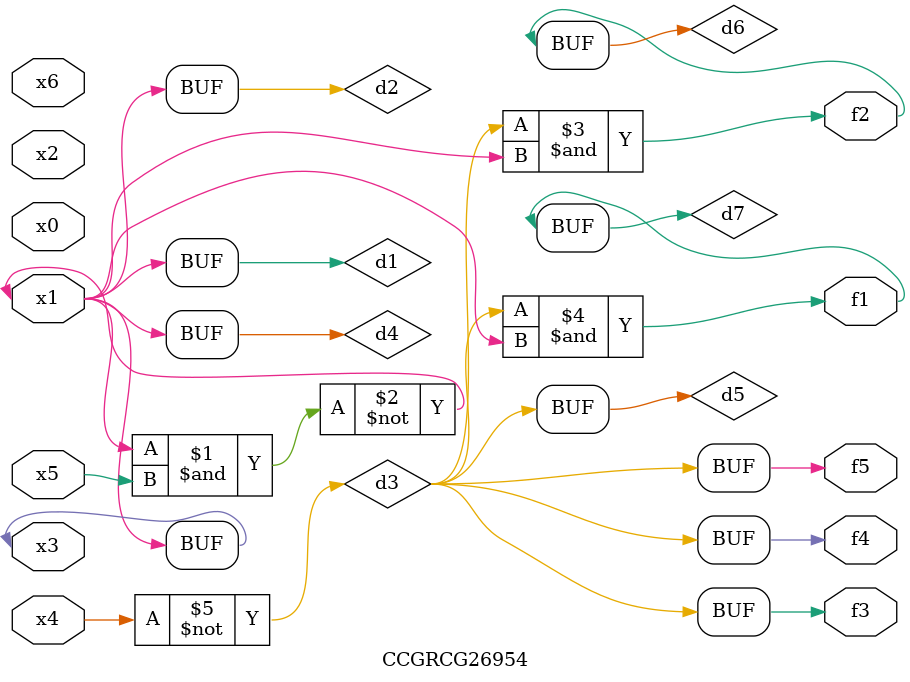
<source format=v>
module CCGRCG26954(
	input x0, x1, x2, x3, x4, x5, x6,
	output f1, f2, f3, f4, f5
);

	wire d1, d2, d3, d4, d5, d6, d7;

	buf (d1, x1, x3);
	nand (d2, x1, x5);
	not (d3, x4);
	buf (d4, d1, d2);
	buf (d5, d3);
	and (d6, d3, d4);
	and (d7, d3, d4);
	assign f1 = d7;
	assign f2 = d6;
	assign f3 = d5;
	assign f4 = d5;
	assign f5 = d5;
endmodule

</source>
